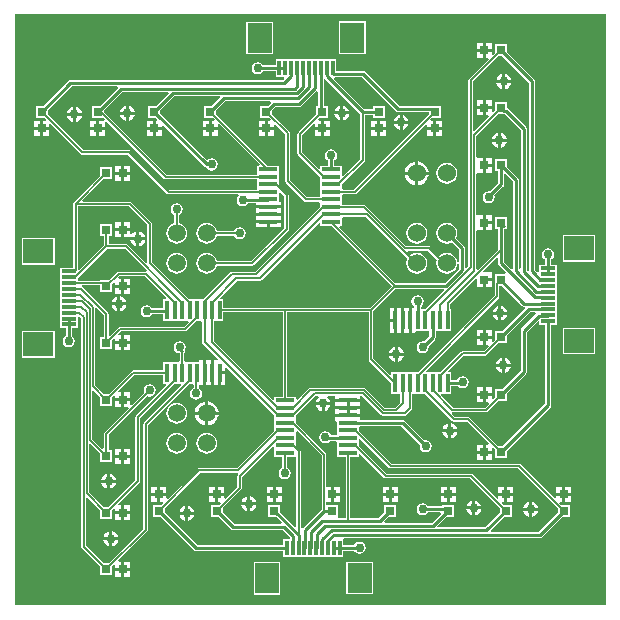
<source format=gtl>
G04*
G04 #@! TF.GenerationSoftware,Altium Limited,Altium Designer,19.0.10 (269)*
G04*
G04 Layer_Physical_Order=1*
G04 Layer_Color=255*
%FSLAX43Y43*%
%MOMM*%
G71*
G01*
G75*
%ADD11C,0.254*%
%ADD12C,0.127*%
%ADD13R,1.600X0.356*%
%ADD14R,0.762X0.762*%
%ADD15R,2.500X2.000*%
%ADD16R,1.270X0.300*%
%ADD17R,2.000X2.500*%
%ADD18R,0.300X1.270*%
%ADD19R,0.762X0.762*%
%ADD20R,0.356X1.600*%
%ADD30C,1.500*%
%ADD31C,1.524*%
%ADD32C,0.762*%
G36*
X50038Y0D02*
X0D01*
Y50038D01*
X50038D01*
Y0D01*
D02*
G37*
%LPC*%
G36*
X40386Y47625D02*
X39878D01*
Y47117D01*
X40386D01*
Y47625D01*
D02*
G37*
G36*
X39624D02*
X39116D01*
Y47117D01*
X39624D01*
Y47625D01*
D02*
G37*
G36*
X29712Y49429D02*
X27458D01*
Y46675D01*
X29712D01*
Y49429D01*
D02*
G37*
G36*
X21852Y49419D02*
X19598D01*
Y46665D01*
X21852D01*
Y49419D01*
D02*
G37*
G36*
X41656Y47498D02*
X40640D01*
Y46757D01*
X40503Y46620D01*
X40386Y46669D01*
Y46863D01*
X39878D01*
Y46355D01*
X40072D01*
X40121Y46238D01*
X38471Y44587D01*
X38429Y44524D01*
X38414Y44450D01*
Y28694D01*
X38222Y28502D01*
X38105Y28551D01*
Y30226D01*
X38085Y30325D01*
X38029Y30409D01*
X37364Y31075D01*
X37442Y31264D01*
X37473Y31496D01*
X37442Y31728D01*
X37353Y31944D01*
X37210Y32130D01*
X37024Y32273D01*
X36808Y32362D01*
X36576Y32393D01*
X36344Y32362D01*
X36128Y32273D01*
X35942Y32130D01*
X35799Y31944D01*
X35710Y31728D01*
X35679Y31496D01*
X35710Y31264D01*
X35799Y31048D01*
X35942Y30862D01*
X36128Y30719D01*
X36344Y30630D01*
X36576Y30599D01*
X36808Y30630D01*
X36997Y30708D01*
X37587Y30119D01*
Y29060D01*
X37460Y29052D01*
X37442Y29188D01*
X37353Y29404D01*
X37210Y29590D01*
X37024Y29733D01*
X36808Y29822D01*
X36576Y29853D01*
X36344Y29822D01*
X36128Y29733D01*
X35954Y29599D01*
X35189Y30363D01*
X35126Y30405D01*
X35052Y30420D01*
X33100D01*
X29665Y33856D01*
X29602Y33898D01*
X29528Y33913D01*
X27801D01*
X27711Y34003D01*
X27711Y34150D01*
Y34658D01*
X27711D01*
Y34667D01*
X27751Y34794D01*
X28765D01*
X28840Y34809D01*
X28903Y34851D01*
X34808Y40756D01*
X34925Y40707D01*
Y40513D01*
X35433D01*
Y41021D01*
X35239D01*
X35190Y41138D01*
X35327Y41275D01*
X36068D01*
Y42291D01*
X35331D01*
X35306Y42296D01*
X32551D01*
X29706Y45141D01*
X29622Y45197D01*
X29523Y45217D01*
X27185D01*
Y46228D01*
X22131D01*
Y45725D01*
X21012D01*
X20940Y45832D01*
X20772Y45945D01*
X20574Y45984D01*
X20376Y45945D01*
X20208Y45832D01*
X20095Y45664D01*
X20056Y45466D01*
X20095Y45268D01*
X20208Y45100D01*
X20376Y44987D01*
X20574Y44948D01*
X20772Y44987D01*
X20940Y45100D01*
X21012Y45207D01*
X22131D01*
Y44704D01*
X22758D01*
X22807Y44587D01*
X22675Y44455D01*
X4699D01*
X4600Y44435D01*
X4516Y44379D01*
X2428Y42291D01*
X1778D01*
Y41275D01*
X2519D01*
X2656Y41138D01*
X2607Y41021D01*
X2413D01*
Y40513D01*
X2921D01*
Y40707D01*
X3038Y40756D01*
X5578Y38217D01*
X5641Y38175D01*
X5715Y38160D01*
X9572D01*
X12880Y34851D01*
X12943Y34809D01*
X13017Y34794D01*
X18916D01*
X18954Y34667D01*
X18938Y34656D01*
X18825Y34488D01*
X18786Y34290D01*
X18825Y34092D01*
X18938Y33924D01*
X19106Y33811D01*
X19304Y33772D01*
X19502Y33811D01*
X19670Y33924D01*
X19742Y34031D01*
X20422D01*
Y33846D01*
X22530D01*
Y34150D01*
X22403D01*
Y34658D01*
X22403D01*
Y34684D01*
X22403D01*
Y34878D01*
X22520Y34927D01*
X22833Y34614D01*
Y31941D01*
X20042Y29150D01*
X17115D01*
X17110Y29185D01*
X17022Y29398D01*
X16881Y29581D01*
X16698Y29722D01*
X16485Y29810D01*
X16256Y29841D01*
X16027Y29810D01*
X15814Y29722D01*
X15631Y29581D01*
X15490Y29398D01*
X15402Y29185D01*
X15371Y28956D01*
X15402Y28727D01*
X15490Y28514D01*
X15631Y28331D01*
X15814Y28190D01*
X16027Y28102D01*
X16256Y28071D01*
X16485Y28102D01*
X16698Y28190D01*
X16881Y28331D01*
X17022Y28514D01*
X17110Y28727D01*
X17115Y28762D01*
X20122D01*
X20196Y28777D01*
X20259Y28819D01*
X23164Y31724D01*
X23164Y31724D01*
X23206Y31787D01*
X23221Y31861D01*
Y34694D01*
X23206Y34769D01*
X23164Y34832D01*
X22403Y35593D01*
Y35928D01*
X22403D01*
Y35954D01*
X22403D01*
Y36563D01*
X22403D01*
Y36589D01*
X22403D01*
Y37198D01*
X21406D01*
X17054Y41550D01*
Y41925D01*
X17797Y42667D01*
X21638D01*
X21690Y42540D01*
X21441Y42291D01*
X20792D01*
Y41275D01*
X21533D01*
X21670Y41138D01*
X21621Y41021D01*
X21427D01*
Y40513D01*
X21935D01*
Y40707D01*
X22052Y40756D01*
X22920Y39888D01*
Y35896D01*
X22935Y35821D01*
X22977Y35758D01*
X24519Y34216D01*
X24519Y34216D01*
X24582Y34174D01*
X24656Y34159D01*
X24656Y34159D01*
X25767D01*
X25857Y34069D01*
X25857Y33752D01*
X20343Y28237D01*
X18391D01*
X18391Y28237D01*
X18317Y28222D01*
X18254Y28180D01*
X18254Y28180D01*
X16007Y25933D01*
X15761Y25933D01*
X15634Y25933D01*
X15227D01*
X15126Y25933D01*
Y25933D01*
X15100D01*
Y25933D01*
X14765D01*
X11624Y29075D01*
Y32258D01*
X11609Y32332D01*
X11567Y32395D01*
X11567Y32395D01*
X9853Y34110D01*
X9790Y34152D01*
X9716Y34167D01*
X5778D01*
X5730Y34284D01*
X7514Y36068D01*
X8255D01*
Y37084D01*
X7239D01*
Y36343D01*
X5006Y34110D01*
X4964Y34047D01*
X4949Y33972D01*
Y28550D01*
X3810D01*
Y27496D01*
Y26496D01*
Y25496D01*
Y24496D01*
Y23496D01*
X4313D01*
Y22790D01*
X4206Y22718D01*
X4093Y22550D01*
X4054Y22352D01*
X4093Y22154D01*
X4206Y21986D01*
X4374Y21873D01*
X4572Y21834D01*
X4770Y21873D01*
X4938Y21986D01*
X5051Y22154D01*
X5090Y22352D01*
X5051Y22550D01*
X4938Y22718D01*
X4831Y22790D01*
Y23496D01*
X5334D01*
Y24452D01*
X5440Y24503D01*
X5461Y24504D01*
X5648Y24317D01*
Y4953D01*
X5663Y4879D01*
X5705Y4816D01*
X7239Y3281D01*
Y2540D01*
X8255D01*
Y3281D01*
X8392Y3418D01*
X8509Y3369D01*
Y3175D01*
X9017D01*
Y3683D01*
X8823D01*
X8774Y3800D01*
X11223Y6249D01*
X11223Y6249D01*
X11265Y6312D01*
X11280Y6386D01*
X11280Y6386D01*
Y15285D01*
X14765Y18771D01*
X15100Y18771D01*
X15187Y18679D01*
Y18422D01*
X15133Y18411D01*
X14965Y18299D01*
X14852Y18131D01*
X14813Y17932D01*
X14852Y17734D01*
X14965Y17566D01*
X15133Y17454D01*
X15331Y17414D01*
X15529Y17454D01*
X15697Y17566D01*
X15810Y17734D01*
X15849Y17932D01*
X15810Y18131D01*
X15697Y18299D01*
X15575Y18380D01*
Y18541D01*
X15634Y18644D01*
X15939D01*
Y19698D01*
Y20752D01*
X15634D01*
Y20715D01*
X15544Y20625D01*
X15126Y20625D01*
X14999Y20625D01*
X14592D01*
X14491Y20625D01*
Y20625D01*
X14482D01*
X14355Y20664D01*
Y21350D01*
X14400Y21417D01*
X14419Y21516D01*
X14406Y21583D01*
X14449Y21646D01*
X14488Y21844D01*
X14449Y22042D01*
X14336Y22210D01*
X14168Y22323D01*
X13970Y22362D01*
X13772Y22323D01*
X13604Y22210D01*
X13491Y22042D01*
X13452Y21844D01*
X13491Y21646D01*
X13604Y21478D01*
X13772Y21365D01*
X13966Y21327D01*
Y20664D01*
X13856Y20625D01*
X13830D01*
Y20625D01*
X13322D01*
X13221Y20625D01*
Y20625D01*
X13195D01*
Y20625D01*
X12586D01*
Y19892D01*
X10046D01*
X9971Y19877D01*
X9908Y19835D01*
X9551Y19478D01*
X9497Y19441D01*
X7980Y17925D01*
X7514D01*
X6798Y18641D01*
Y25132D01*
X6925Y25185D01*
X7553Y24558D01*
Y22715D01*
X7239D01*
Y21699D01*
X8255D01*
Y22440D01*
X8392Y22577D01*
X8509Y22528D01*
Y22334D01*
X9017D01*
Y22842D01*
X8823D01*
X8774Y22959D01*
X9018Y23203D01*
X14444D01*
X14518Y23218D01*
X14581Y23260D01*
X15400Y24079D01*
X15781Y24079D01*
X15871Y23989D01*
Y22273D01*
X15886Y22199D01*
X15928Y22136D01*
X17195Y20869D01*
X17146Y20752D01*
X16827D01*
Y19698D01*
Y18644D01*
X17208D01*
Y19698D01*
X17336D01*
Y19825D01*
X17767D01*
Y20131D01*
X17885Y20180D01*
X21969Y16096D01*
X21969Y15761D01*
X21969Y15634D01*
Y15227D01*
X21969Y15126D01*
X21969D01*
Y15100D01*
X21969D01*
Y14765D01*
X18827Y11624D01*
X15621D01*
X15547Y11609D01*
X15484Y11567D01*
X12944Y9028D01*
X12827Y9077D01*
Y9271D01*
X12319D01*
Y8763D01*
X12513D01*
X12562Y8646D01*
X12425Y8509D01*
X11684D01*
Y7493D01*
X12334D01*
X15148Y4679D01*
X15232Y4623D01*
X15331Y4603D01*
X22750D01*
Y4100D01*
X27804D01*
Y4603D01*
X28749D01*
X28821Y4496D01*
X28989Y4383D01*
X29187Y4344D01*
X29385Y4383D01*
X29553Y4496D01*
X29666Y4664D01*
X29705Y4862D01*
X29666Y5060D01*
X29553Y5228D01*
X29385Y5341D01*
X29187Y5380D01*
X28989Y5341D01*
X28821Y5228D01*
X28749Y5121D01*
X27804D01*
Y5624D01*
X27895Y5710D01*
X44450D01*
X44549Y5730D01*
X44633Y5786D01*
X46340Y7493D01*
X46990D01*
Y8509D01*
X46249D01*
X46112Y8646D01*
X46161Y8763D01*
X46355D01*
Y9271D01*
X45847D01*
Y9077D01*
X45730Y9028D01*
X42835Y11923D01*
X42772Y11965D01*
X42697Y11980D01*
X31917D01*
X29131Y14765D01*
X29131Y15100D01*
X29229Y15172D01*
X32722D01*
X34305Y13589D01*
X34280Y13462D01*
X34319Y13264D01*
X34432Y13096D01*
X34600Y12983D01*
X34798Y12944D01*
X34996Y12983D01*
X35164Y13096D01*
X35277Y13264D01*
X35316Y13462D01*
X35277Y13660D01*
X35164Y13828D01*
X34996Y13941D01*
X34798Y13980D01*
X34671Y13955D01*
X33013Y15614D01*
X32929Y15670D01*
X32829Y15689D01*
X29258D01*
Y15939D01*
X28204D01*
X27150D01*
Y15634D01*
X27187D01*
X27277Y15544D01*
X27277Y15126D01*
X27277Y14999D01*
Y14491D01*
X27167Y14451D01*
X26748D01*
X26655Y14590D01*
X26487Y14703D01*
X26289Y14742D01*
X26091Y14703D01*
X25923Y14590D01*
X25810Y14422D01*
X25771Y14224D01*
X25810Y14026D01*
X25923Y13858D01*
X26091Y13745D01*
X26289Y13706D01*
X26487Y13745D01*
X26655Y13858D01*
X26706Y13933D01*
X27219D01*
X27277Y13830D01*
Y13322D01*
X27277Y13221D01*
X27277D01*
Y13195D01*
X27277D01*
Y12586D01*
X28010D01*
Y7371D01*
X27408D01*
X27396Y7493D01*
X27396D01*
Y8509D01*
X26387D01*
Y8763D01*
X26761D01*
Y9398D01*
Y10033D01*
X26387D01*
Y12755D01*
X26372Y12830D01*
X26330Y12893D01*
X23823Y15400D01*
X23823Y15735D01*
X23823Y15862D01*
Y16096D01*
X25465Y17738D01*
X25710D01*
X25748Y17611D01*
X25641Y17539D01*
X25500Y17329D01*
X25476Y17208D01*
X26721D01*
X26697Y17329D01*
X26556Y17539D01*
X26449Y17611D01*
X26487Y17738D01*
X27150D01*
Y17462D01*
X28204D01*
X29258D01*
Y17738D01*
X29412D01*
X31032Y16119D01*
X31095Y16077D01*
X31169Y16062D01*
X33020D01*
X33094Y16077D01*
X33157Y16119D01*
X33602Y16563D01*
X33602Y16563D01*
X33644Y16626D01*
X33659Y16701D01*
Y17842D01*
X33769Y17882D01*
X33795D01*
Y17882D01*
X34303D01*
X34404Y17882D01*
Y17882D01*
X34430D01*
Y17882D01*
X34765D01*
X37036Y15611D01*
X37099Y15569D01*
X37173Y15554D01*
X38274D01*
X40121Y13706D01*
X40072Y13589D01*
X39878D01*
Y13081D01*
X40386D01*
Y13275D01*
X40503Y13324D01*
X40640Y13187D01*
Y12446D01*
X41656D01*
Y13096D01*
X45359Y16799D01*
X45415Y16883D01*
X45435Y16982D01*
Y23766D01*
X45938D01*
Y24766D01*
Y25766D01*
Y26766D01*
Y27766D01*
Y28820D01*
X45412D01*
Y29280D01*
X45519Y29352D01*
X45632Y29520D01*
X45671Y29718D01*
X45632Y29916D01*
X45519Y30084D01*
X45351Y30197D01*
X45153Y30236D01*
X44955Y30197D01*
X44787Y30084D01*
X44674Y29916D01*
X44635Y29718D01*
X44674Y29520D01*
X44787Y29352D01*
X44894Y29280D01*
Y28820D01*
X44414D01*
Y28193D01*
X44297Y28144D01*
X44257Y28184D01*
X44221Y28238D01*
X44052Y28406D01*
Y44345D01*
X44032Y44444D01*
X43976Y44528D01*
X41656Y46848D01*
Y47498D01*
D02*
G37*
G36*
X39624Y46863D02*
X39116D01*
Y46355D01*
X39624D01*
Y46863D01*
D02*
G37*
G36*
X36195Y41021D02*
X35687D01*
Y40513D01*
X36195D01*
Y41021D01*
D02*
G37*
G36*
X21173D02*
X20665D01*
Y40513D01*
X21173D01*
Y41021D01*
D02*
G37*
G36*
X2159D02*
X1651D01*
Y40513D01*
X2159D01*
Y41021D01*
D02*
G37*
G36*
X36195Y40259D02*
X35687D01*
Y39751D01*
X36195D01*
Y40259D01*
D02*
G37*
G36*
X35433D02*
X34925D01*
Y39751D01*
X35433D01*
Y40259D01*
D02*
G37*
G36*
X21935Y40259D02*
X21427D01*
Y39751D01*
X21935D01*
Y40259D01*
D02*
G37*
G36*
X21173D02*
X20665D01*
Y39751D01*
X21173D01*
Y40259D01*
D02*
G37*
G36*
X2921D02*
X2413D01*
Y39751D01*
X2921D01*
Y40259D01*
D02*
G37*
G36*
X2159D02*
X1651D01*
Y39751D01*
X2159D01*
Y40259D01*
D02*
G37*
G36*
X34163Y37584D02*
Y36703D01*
X35044D01*
X35026Y36841D01*
X34923Y37088D01*
X34761Y37301D01*
X34548Y37463D01*
X34301Y37566D01*
X34163Y37584D01*
D02*
G37*
G36*
X33909D02*
X33771Y37566D01*
X33524Y37463D01*
X33311Y37301D01*
X33149Y37088D01*
X33046Y36841D01*
X33028Y36703D01*
X33909D01*
Y37584D01*
D02*
G37*
G36*
X9779Y37211D02*
X9271D01*
Y36703D01*
X9779D01*
Y37211D01*
D02*
G37*
G36*
X9017D02*
X8509D01*
Y36703D01*
X9017D01*
Y37211D01*
D02*
G37*
G36*
X9779Y36449D02*
X9271D01*
Y35941D01*
X9779D01*
Y36449D01*
D02*
G37*
G36*
X9017D02*
X8509D01*
Y35941D01*
X9017D01*
Y36449D01*
D02*
G37*
G36*
X36576Y37473D02*
X36344Y37442D01*
X36128Y37353D01*
X35942Y37210D01*
X35799Y37024D01*
X35710Y36808D01*
X35679Y36576D01*
X35710Y36344D01*
X35799Y36128D01*
X35942Y35942D01*
X36128Y35799D01*
X36344Y35710D01*
X36576Y35679D01*
X36808Y35710D01*
X37024Y35799D01*
X37210Y35942D01*
X37353Y36128D01*
X37442Y36344D01*
X37473Y36576D01*
X37442Y36808D01*
X37353Y37024D01*
X37210Y37210D01*
X37024Y37353D01*
X36808Y37442D01*
X36576Y37473D01*
D02*
G37*
G36*
X35044Y36449D02*
X34163D01*
Y35568D01*
X34301Y35586D01*
X34548Y35689D01*
X34761Y35851D01*
X34923Y36064D01*
X35026Y36311D01*
X35044Y36449D01*
D02*
G37*
G36*
X33909D02*
X33028D01*
X33046Y36311D01*
X33149Y36064D01*
X33311Y35851D01*
X33524Y35689D01*
X33771Y35586D01*
X33909Y35568D01*
Y36449D01*
D02*
G37*
G36*
X22530Y33591D02*
X20422D01*
Y33287D01*
Y33210D01*
X22530D01*
Y33287D01*
Y33591D01*
D02*
G37*
G36*
Y32957D02*
X20422D01*
Y32652D01*
Y32576D01*
X22530D01*
Y32652D01*
Y32957D01*
D02*
G37*
G36*
Y32321D02*
X21603D01*
Y32017D01*
X22530D01*
Y32321D01*
D02*
G37*
G36*
X21349D02*
X20422D01*
Y32017D01*
X21349D01*
Y32321D01*
D02*
G37*
G36*
X16256Y32381D02*
X16027Y32350D01*
X15814Y32262D01*
X15631Y32121D01*
X15490Y31938D01*
X15402Y31725D01*
X15371Y31496D01*
X15402Y31267D01*
X15490Y31054D01*
X15631Y30871D01*
X15814Y30730D01*
X16027Y30642D01*
X16256Y30611D01*
X16485Y30642D01*
X16698Y30730D01*
X16881Y30871D01*
X17022Y31054D01*
X17110Y31267D01*
X17115Y31302D01*
X18571D01*
X18571Y31298D01*
X18684Y31130D01*
X18852Y31017D01*
X19050Y30978D01*
X19248Y31017D01*
X19416Y31130D01*
X19529Y31298D01*
X19568Y31496D01*
X19529Y31694D01*
X19416Y31862D01*
X19248Y31975D01*
X19050Y32014D01*
X18852Y31975D01*
X18684Y31862D01*
X18571Y31694D01*
X18571Y31690D01*
X17115D01*
X17110Y31725D01*
X17022Y31938D01*
X16881Y32121D01*
X16698Y32262D01*
X16485Y32350D01*
X16256Y32381D01*
D02*
G37*
G36*
X13716Y34046D02*
X13518Y34007D01*
X13350Y33894D01*
X13237Y33726D01*
X13198Y33528D01*
X13237Y33330D01*
X13350Y33162D01*
X13518Y33049D01*
X13522Y33049D01*
Y32355D01*
X13487Y32350D01*
X13274Y32262D01*
X13091Y32121D01*
X12950Y31938D01*
X12862Y31725D01*
X12831Y31496D01*
X12862Y31267D01*
X12950Y31054D01*
X13091Y30871D01*
X13274Y30730D01*
X13487Y30642D01*
X13716Y30611D01*
X13945Y30642D01*
X14158Y30730D01*
X14341Y30871D01*
X14482Y31054D01*
X14570Y31267D01*
X14601Y31496D01*
X14570Y31725D01*
X14482Y31938D01*
X14341Y32121D01*
X14158Y32262D01*
X13945Y32350D01*
X13910Y32355D01*
Y33049D01*
X13914Y33049D01*
X14082Y33162D01*
X14195Y33330D01*
X14234Y33528D01*
X14195Y33726D01*
X14082Y33894D01*
X13914Y34007D01*
X13716Y34046D01*
D02*
G37*
G36*
X34036Y32393D02*
X33804Y32362D01*
X33588Y32273D01*
X33402Y32130D01*
X33259Y31944D01*
X33170Y31728D01*
X33139Y31496D01*
X33170Y31264D01*
X33259Y31048D01*
X33402Y30862D01*
X33588Y30719D01*
X33804Y30630D01*
X34036Y30599D01*
X34268Y30630D01*
X34484Y30719D01*
X34670Y30862D01*
X34813Y31048D01*
X34902Y31264D01*
X34933Y31496D01*
X34902Y31728D01*
X34813Y31944D01*
X34670Y32130D01*
X34484Y32273D01*
X34268Y32362D01*
X34036Y32393D01*
D02*
G37*
G36*
X49129Y31353D02*
X46375D01*
Y29099D01*
X49129D01*
Y31353D01*
D02*
G37*
G36*
X3363Y31077D02*
X609D01*
Y28823D01*
X3363D01*
Y31077D01*
D02*
G37*
G36*
X13716Y29841D02*
X13487Y29810D01*
X13274Y29722D01*
X13091Y29581D01*
X12950Y29398D01*
X12862Y29185D01*
X12831Y28956D01*
X12862Y28727D01*
X12950Y28514D01*
X13091Y28331D01*
X13274Y28190D01*
X13487Y28102D01*
X13716Y28071D01*
X13945Y28102D01*
X14158Y28190D01*
X14341Y28331D01*
X14482Y28514D01*
X14570Y28727D01*
X14601Y28956D01*
X14570Y29185D01*
X14482Y29398D01*
X14341Y29581D01*
X14158Y29722D01*
X13945Y29810D01*
X13716Y29841D01*
D02*
G37*
G36*
X9779Y22842D02*
X9271D01*
Y22334D01*
X9779D01*
Y22842D01*
D02*
G37*
G36*
Y22080D02*
X9271D01*
Y21572D01*
X9779D01*
Y22080D01*
D02*
G37*
G36*
X9017D02*
X8509D01*
Y21572D01*
X9017D01*
Y22080D01*
D02*
G37*
G36*
X49139Y23493D02*
X46385D01*
Y21239D01*
X49139D01*
Y23493D01*
D02*
G37*
G36*
X3373Y23217D02*
X619D01*
Y20963D01*
X3373D01*
Y23217D01*
D02*
G37*
G36*
X17767Y19571D02*
X17462D01*
Y18644D01*
X17767D01*
Y19571D01*
D02*
G37*
G36*
X16573Y20752D02*
X16192D01*
Y19698D01*
Y18644D01*
X16573D01*
Y19698D01*
Y20752D01*
D02*
G37*
G36*
X29258Y17208D02*
X28204D01*
X27150D01*
Y16904D01*
Y16827D01*
X28204D01*
X29258D01*
Y16904D01*
Y17208D01*
D02*
G37*
G36*
X26721Y16955D02*
X26226D01*
Y16459D01*
X26346Y16483D01*
X26556Y16624D01*
X26697Y16834D01*
X26721Y16955D01*
D02*
G37*
G36*
X25972D02*
X25476D01*
X25500Y16834D01*
X25641Y16624D01*
X25851Y16483D01*
X25972Y16459D01*
Y16955D01*
D02*
G37*
G36*
X16383Y17252D02*
Y16383D01*
X17252D01*
X17234Y16518D01*
X17133Y16762D01*
X16972Y16972D01*
X16762Y17133D01*
X16518Y17234D01*
X16383Y17252D01*
D02*
G37*
G36*
X16129D02*
X15994Y17234D01*
X15750Y17133D01*
X15540Y16972D01*
X15379Y16762D01*
X15278Y16518D01*
X15260Y16383D01*
X16129D01*
Y17252D01*
D02*
G37*
G36*
X29258Y16573D02*
X28204D01*
X27150D01*
Y16269D01*
Y16192D01*
X28204D01*
X29258D01*
Y16573D01*
D02*
G37*
G36*
X13716Y17141D02*
X13487Y17110D01*
X13274Y17022D01*
X13091Y16881D01*
X12950Y16698D01*
X12862Y16485D01*
X12831Y16256D01*
X12862Y16027D01*
X12950Y15814D01*
X13091Y15631D01*
X13274Y15490D01*
X13487Y15402D01*
X13716Y15371D01*
X13945Y15402D01*
X14158Y15490D01*
X14341Y15631D01*
X14482Y15814D01*
X14570Y16027D01*
X14601Y16256D01*
X14570Y16485D01*
X14482Y16698D01*
X14341Y16881D01*
X14158Y17022D01*
X13945Y17110D01*
X13716Y17141D01*
D02*
G37*
G36*
X17252Y16129D02*
X16383D01*
Y15260D01*
X16518Y15278D01*
X16762Y15379D01*
X16972Y15540D01*
X17133Y15750D01*
X17234Y15994D01*
X17252Y16129D01*
D02*
G37*
G36*
X16129D02*
X15260D01*
X15278Y15994D01*
X15379Y15750D01*
X15540Y15540D01*
X15750Y15379D01*
X15994Y15278D01*
X16129Y15260D01*
Y16129D01*
D02*
G37*
G36*
X36957Y15390D02*
Y14894D01*
X37452D01*
X37428Y15015D01*
X37288Y15225D01*
X37078Y15366D01*
X36957Y15390D01*
D02*
G37*
G36*
X36703D02*
X36582Y15366D01*
X36372Y15225D01*
X36232Y15015D01*
X36208Y14894D01*
X36703D01*
Y15390D01*
D02*
G37*
G36*
X37452Y14640D02*
X36957D01*
Y14145D01*
X37078Y14169D01*
X37288Y14310D01*
X37428Y14520D01*
X37452Y14640D01*
D02*
G37*
G36*
X36703D02*
X36208D01*
X36232Y14520D01*
X36372Y14310D01*
X36582Y14169D01*
X36703Y14145D01*
Y14640D01*
D02*
G37*
G36*
X39624Y13589D02*
X39116D01*
Y13081D01*
X39624D01*
Y13589D01*
D02*
G37*
G36*
X16256Y14601D02*
X16027Y14570D01*
X15814Y14482D01*
X15631Y14341D01*
X15490Y14158D01*
X15402Y13945D01*
X15371Y13716D01*
X15402Y13487D01*
X15490Y13274D01*
X15631Y13091D01*
X15814Y12950D01*
X16027Y12862D01*
X16256Y12831D01*
X16485Y12862D01*
X16698Y12950D01*
X16881Y13091D01*
X17022Y13274D01*
X17110Y13487D01*
X17141Y13716D01*
X17110Y13945D01*
X17022Y14158D01*
X16881Y14341D01*
X16698Y14482D01*
X16485Y14570D01*
X16256Y14601D01*
D02*
G37*
G36*
X13716D02*
X13487Y14570D01*
X13274Y14482D01*
X13091Y14341D01*
X12950Y14158D01*
X12862Y13945D01*
X12831Y13716D01*
X12862Y13487D01*
X12950Y13274D01*
X13091Y13091D01*
X13274Y12950D01*
X13487Y12862D01*
X13716Y12831D01*
X13945Y12862D01*
X14158Y12950D01*
X14341Y13091D01*
X14482Y13274D01*
X14570Y13487D01*
X14601Y13716D01*
X14570Y13945D01*
X14482Y14158D01*
X14341Y14341D01*
X14158Y14482D01*
X13945Y14570D01*
X13716Y14601D01*
D02*
G37*
G36*
X40386Y12827D02*
X39878D01*
Y12319D01*
X40386D01*
Y12827D01*
D02*
G37*
G36*
X39624D02*
X39116D01*
Y12319D01*
X39624D01*
Y12827D01*
D02*
G37*
G36*
X27523Y10033D02*
X27015D01*
Y9525D01*
X27523D01*
Y10033D01*
D02*
G37*
G36*
X12827D02*
X12319D01*
Y9525D01*
X12827D01*
Y10033D01*
D02*
G37*
G36*
X12065D02*
X11557D01*
Y9525D01*
X12065D01*
Y10033D01*
D02*
G37*
G36*
X47117D02*
X46609D01*
Y9525D01*
X47117D01*
Y10033D01*
D02*
G37*
G36*
X46355D02*
X45847D01*
Y9525D01*
X46355D01*
Y10033D01*
D02*
G37*
G36*
X47117Y9271D02*
X46609D01*
Y8763D01*
X47117D01*
Y9271D01*
D02*
G37*
G36*
X27523Y9271D02*
X27015D01*
Y8763D01*
X27523D01*
Y9271D01*
D02*
G37*
G36*
X12065Y9271D02*
X11557D01*
Y8763D01*
X12065D01*
Y9271D01*
D02*
G37*
G36*
X9779Y3683D02*
X9271D01*
Y3175D01*
X9779D01*
Y3683D01*
D02*
G37*
G36*
Y2921D02*
X9271D01*
Y2413D01*
X9779D01*
Y2921D01*
D02*
G37*
G36*
X9017D02*
X8509D01*
Y2413D01*
X9017D01*
Y2921D01*
D02*
G37*
G36*
X30337Y3663D02*
X28083D01*
Y909D01*
X30337D01*
Y3663D01*
D02*
G37*
G36*
X22477Y3653D02*
X20223D01*
Y899D01*
X22477D01*
Y3653D01*
D02*
G37*
%LPD*%
G36*
X32261Y41854D02*
X32345Y41798D01*
X32444Y41778D01*
X35052D01*
Y41550D01*
X28685Y35183D01*
X27751D01*
X27711Y35293D01*
Y35319D01*
X27711D01*
Y35654D01*
X29584Y37526D01*
X29626Y37589D01*
X29641Y37664D01*
Y41524D01*
X30299D01*
Y41275D01*
X31315D01*
Y42291D01*
X30299D01*
Y42042D01*
X29554D01*
X27024Y44572D01*
X27077Y44699D01*
X29416D01*
X32261Y41854D01*
D02*
G37*
G36*
X29253Y41611D02*
Y37744D01*
X27829Y36320D01*
X27711Y36369D01*
X27711Y36563D01*
X27711D01*
Y36589D01*
X27711D01*
Y37198D01*
X27043D01*
Y37662D01*
X27151Y37734D01*
X27263Y37902D01*
X27302Y38100D01*
X27263Y38298D01*
X27151Y38466D01*
X26983Y38579D01*
X26784Y38618D01*
X26586Y38579D01*
X26418Y38466D01*
X26306Y38298D01*
X26266Y38100D01*
X26306Y37902D01*
X26418Y37734D01*
X26525Y37662D01*
Y37198D01*
X25857D01*
Y37004D01*
X25740Y36955D01*
X24324Y38371D01*
Y39779D01*
X25301Y40756D01*
X25418Y40707D01*
Y40513D01*
X25926D01*
Y41021D01*
X25732D01*
X25683Y41138D01*
X25820Y41275D01*
X26561D01*
Y42291D01*
X26167D01*
Y44517D01*
X26294Y44570D01*
X29253Y41611D01*
D02*
G37*
G36*
X13015Y43371D02*
X11935Y42291D01*
X11285D01*
Y41275D01*
X11935D01*
X12071Y41138D01*
X12023Y41021D01*
X11920D01*
Y40513D01*
X12428D01*
Y40616D01*
X12545Y40664D01*
X16073Y37137D01*
X16157Y37081D01*
X16232Y37066D01*
X16307Y36954D01*
X16475Y36841D01*
X16673Y36802D01*
X16872Y36841D01*
X17040Y36954D01*
X17152Y37122D01*
X17191Y37320D01*
X17152Y37518D01*
X17040Y37686D01*
X16872Y37798D01*
X16673Y37838D01*
X16475Y37798D01*
X16307Y37686D01*
X16261Y37682D01*
X12301Y41641D01*
Y41925D01*
X13484Y43108D01*
X17339D01*
X17387Y42990D01*
X16688Y42291D01*
X16038D01*
Y41275D01*
X16780D01*
X16916Y41138D01*
X16868Y41021D01*
X16673D01*
Y40513D01*
X17181D01*
Y40707D01*
X17299Y40756D01*
X20739Y37316D01*
X20690Y37198D01*
X20549D01*
Y36589D01*
X20549D01*
Y36580D01*
X20509Y36453D01*
X12844D01*
X7547Y41749D01*
Y41925D01*
X9111Y43489D01*
X12966D01*
X13015Y43371D01*
D02*
G37*
G36*
X8700Y43810D02*
X7181Y42291D01*
X6531D01*
Y41275D01*
X7472D01*
X7599Y41148D01*
X7547Y41021D01*
X7166D01*
Y40513D01*
X7674D01*
Y40893D01*
X7801Y40946D01*
X12626Y36121D01*
X12626Y36121D01*
X12689Y36079D01*
X12764Y36064D01*
X12764Y36064D01*
X20509D01*
X20549Y35954D01*
Y35928D01*
X20549D01*
Y35420D01*
X20549Y35319D01*
X20549D01*
Y35310D01*
X20509Y35183D01*
X13098D01*
X9789Y38491D01*
X9726Y38533D01*
X9652Y38548D01*
X5795D01*
X2794Y41550D01*
Y41925D01*
X4806Y43937D01*
X8648D01*
X8700Y43810D01*
D02*
G37*
G36*
X25649Y43494D02*
Y42291D01*
X25545D01*
Y41550D01*
X24047Y40052D01*
X23993Y40015D01*
X23951Y39952D01*
X23936Y39878D01*
Y38291D01*
X23951Y38216D01*
X23993Y38153D01*
X25857Y36289D01*
Y35954D01*
X25857Y35954D01*
Y35928D01*
X25857D01*
X25857Y35827D01*
Y35319D01*
X25857D01*
Y35293D01*
X25857D01*
Y34684D01*
X25857D01*
Y34675D01*
X25818Y34548D01*
X24737D01*
X23308Y35976D01*
Y39969D01*
X23308Y39969D01*
X23293Y40043D01*
X23251Y40106D01*
X21808Y41550D01*
Y41925D01*
X22042Y42159D01*
X24027D01*
X24126Y42179D01*
X24210Y42235D01*
X25522Y43547D01*
X25649Y43494D01*
D02*
G37*
G36*
X11236Y32178D02*
Y29008D01*
X11204Y28982D01*
X11115Y28948D01*
X9533Y30531D01*
X9470Y30573D01*
X9396Y30588D01*
X7941D01*
Y31278D01*
X8255D01*
Y32294D01*
X7239D01*
Y31278D01*
X7553D01*
Y30474D01*
X5465Y28386D01*
X5338Y28439D01*
Y33778D01*
X9635D01*
X11236Y32178D01*
D02*
G37*
G36*
X41402Y41615D02*
X41458D01*
X42823Y40249D01*
Y28553D01*
X42696Y28485D01*
X42677Y28498D01*
Y35995D01*
X42657Y36095D01*
X42601Y36179D01*
X41656Y37124D01*
Y37773D01*
X40640D01*
Y36757D01*
X40889D01*
Y35731D01*
X40206Y35047D01*
X40132Y35062D01*
X39934Y35023D01*
X39766Y34910D01*
X39653Y34742D01*
X39614Y34544D01*
X39653Y34346D01*
X39766Y34178D01*
X39934Y34065D01*
X40132Y34026D01*
X40330Y34065D01*
X40498Y34178D01*
X40611Y34346D01*
X40650Y34544D01*
X40614Y34723D01*
X41331Y35440D01*
X41387Y35524D01*
X41407Y35624D01*
Y36474D01*
X41524Y36523D01*
X42159Y35888D01*
Y28477D01*
X42042Y28429D01*
X41407Y29063D01*
Y29972D01*
Y31891D01*
X41427Y31895D01*
X41656D01*
Y32124D01*
X41661Y32149D01*
X41656Y32174D01*
Y32911D01*
X40640D01*
Y31895D01*
X40889D01*
Y30091D01*
X39183Y28385D01*
X39056Y28438D01*
Y31666D01*
X39116Y31768D01*
X39183Y31768D01*
X39624D01*
Y32403D01*
Y33038D01*
X39183D01*
X39116Y33038D01*
X39056Y33140D01*
Y36528D01*
X39116Y36630D01*
X39183Y36630D01*
X39624D01*
Y37265D01*
Y37900D01*
X39183D01*
X39116Y37900D01*
X39056Y38003D01*
Y39761D01*
X40915Y41620D01*
X41377D01*
X41402Y41615D01*
D02*
G37*
G36*
X43534Y44238D02*
Y28359D01*
X43473Y28322D01*
X43422Y28301D01*
X43341Y28375D01*
Y40357D01*
X43322Y40456D01*
X43266Y40540D01*
X41748Y42057D01*
X41664Y42113D01*
X41656Y42115D01*
Y42636D01*
X40640D01*
Y41894D01*
X40503Y41758D01*
X40386Y41806D01*
Y42001D01*
X39878D01*
Y41493D01*
X40072D01*
X40121Y41375D01*
X38920Y40174D01*
X38802Y40223D01*
Y44370D01*
X40915Y46482D01*
X41290D01*
X43534Y44238D01*
D02*
G37*
G36*
X11157Y28358D02*
X11123Y28269D01*
X11098Y28237D01*
X8793D01*
X8719Y28222D01*
X8656Y28180D01*
X7980Y27505D01*
X7239D01*
Y27467D01*
X5334D01*
Y27706D01*
X7827Y30199D01*
X9315D01*
X11157Y28358D01*
D02*
G37*
G36*
X33244Y29368D02*
X33170Y29188D01*
X33139Y28956D01*
X33170Y28724D01*
X33259Y28508D01*
X33402Y28322D01*
X33588Y28179D01*
X33804Y28090D01*
X34036Y28059D01*
X34268Y28090D01*
X34484Y28179D01*
X34670Y28322D01*
X34813Y28508D01*
X34902Y28724D01*
X34933Y28956D01*
X34902Y29188D01*
X34813Y29404D01*
X34670Y29590D01*
X34484Y29733D01*
X34268Y29822D01*
X34036Y29853D01*
X33804Y29822D01*
X33588Y29733D01*
X33498Y29664D01*
X33247Y29914D01*
X33296Y30032D01*
X34972D01*
X35741Y29263D01*
X35710Y29188D01*
X35679Y28956D01*
X35710Y28724D01*
X35799Y28508D01*
X35942Y28322D01*
X36128Y28179D01*
X36344Y28090D01*
X36576Y28059D01*
X36808Y28090D01*
X37024Y28179D01*
X37210Y28322D01*
X37353Y28508D01*
X37442Y28724D01*
X37460Y28860D01*
X37587Y28852D01*
Y28455D01*
X36434Y27302D01*
X32206D01*
X27481Y32026D01*
X27530Y32144D01*
X27711D01*
Y32753D01*
X27711D01*
Y32762D01*
X27751Y32889D01*
X29723D01*
X33244Y29368D01*
D02*
G37*
G36*
X12829Y26051D02*
X12780Y25933D01*
X12586D01*
Y25151D01*
X11614D01*
X11542Y25258D01*
X11374Y25371D01*
X11176Y25410D01*
X10978Y25371D01*
X10810Y25258D01*
X10697Y25090D01*
X10658Y24892D01*
X10697Y24694D01*
X10810Y24526D01*
X10978Y24413D01*
X11176Y24374D01*
X11374Y24413D01*
X11542Y24526D01*
X11614Y24633D01*
X12586D01*
Y24079D01*
X13195D01*
X13195Y24079D01*
X13221D01*
Y24079D01*
X13322Y24079D01*
X13830D01*
X13830Y24079D01*
X13856D01*
Y24079D01*
X13957Y24079D01*
X14465D01*
X14465Y24079D01*
X14491D01*
Y24079D01*
X14685Y24079D01*
X14734Y23962D01*
X14363Y23591D01*
X8937D01*
X8937Y23591D01*
X8863Y23576D01*
X8800Y23534D01*
X8068Y22803D01*
X7941Y22855D01*
Y24638D01*
X7926Y24712D01*
X7884Y24775D01*
X7884Y24775D01*
X5749Y26910D01*
X5686Y26952D01*
X5702Y27079D01*
X7239D01*
Y26489D01*
X8255D01*
Y27230D01*
X8392Y27367D01*
X8509Y27318D01*
Y27124D01*
X9017D01*
Y27632D01*
X8823D01*
X8774Y27749D01*
X8874Y27849D01*
X11031D01*
X12829Y26051D01*
D02*
G37*
G36*
X40889Y29375D02*
Y28956D01*
X40909Y28857D01*
X40965Y28773D01*
X41562Y28176D01*
X41509Y28049D01*
X40640D01*
Y27242D01*
X40636Y27223D01*
Y26242D01*
X34130Y19736D01*
X33795D01*
Y19736D01*
X33769D01*
Y19736D01*
X33160D01*
Y19736D01*
X33134D01*
Y19736D01*
X32525D01*
Y19736D01*
X32499D01*
Y19736D01*
X31890D01*
Y19554D01*
X31772Y19506D01*
X30347Y20931D01*
Y24926D01*
X32206Y26784D01*
X36338D01*
X36387Y26667D01*
X34765Y25044D01*
X34430Y25044D01*
X34358Y25142D01*
Y25280D01*
X34466Y25351D01*
X34578Y25519D01*
X34617Y25718D01*
X34578Y25916D01*
X34466Y26084D01*
X34298Y26196D01*
X34099Y26235D01*
X33901Y26196D01*
X33733Y26084D01*
X33621Y25916D01*
X33582Y25718D01*
X33621Y25519D01*
X33733Y25351D01*
X33812Y25298D01*
X33783Y25171D01*
X33591D01*
Y24117D01*
Y23063D01*
X33896D01*
Y23100D01*
X33986Y23190D01*
X34404Y23190D01*
X34531Y23190D01*
X35039D01*
X35111Y23093D01*
Y22777D01*
X34671Y22337D01*
X34544Y22362D01*
X34346Y22323D01*
X34178Y22210D01*
X34065Y22042D01*
X34026Y21844D01*
X34065Y21646D01*
X34178Y21478D01*
X34346Y21365D01*
X34544Y21326D01*
X34742Y21365D01*
X34910Y21478D01*
X35023Y21646D01*
X35062Y21844D01*
X35037Y21971D01*
X35553Y22486D01*
X35609Y22570D01*
X35628Y22670D01*
Y23093D01*
X35700Y23190D01*
X36309D01*
Y23190D01*
X36335D01*
Y23190D01*
X36944D01*
Y25044D01*
X36834D01*
Y25486D01*
X38999Y27651D01*
X39116Y27602D01*
Y26906D01*
X39624D01*
Y27541D01*
X39751D01*
Y27668D01*
X40386D01*
Y28176D01*
X39689D01*
X39641Y28293D01*
X40772Y29424D01*
X40889Y29375D01*
D02*
G37*
G36*
X25857Y32338D02*
Y32144D01*
X26814D01*
X31915Y27043D01*
X30073Y25201D01*
X17640D01*
Y25933D01*
X17446D01*
X17397Y26051D01*
X18838Y27492D01*
X20764D01*
X20839Y27507D01*
X20902Y27549D01*
X25740Y32387D01*
X25857Y32338D01*
D02*
G37*
G36*
X22701Y17640D02*
X21969D01*
Y17456D01*
X21851Y17407D01*
X16895Y22364D01*
Y24040D01*
X17005Y24079D01*
X17031D01*
Y24079D01*
X17640D01*
Y24812D01*
X22701D01*
Y17640D01*
D02*
G37*
G36*
X42963Y25360D02*
X43047Y25304D01*
X43146Y25284D01*
X43208D01*
X43260Y25157D01*
X41290Y23187D01*
X40640D01*
Y22445D01*
X40503Y22309D01*
X40386Y22357D01*
Y22552D01*
X39878D01*
Y22044D01*
X40072D01*
X40121Y21926D01*
X39725Y21530D01*
X37910D01*
X37835Y21515D01*
X37772Y21473D01*
X36035Y19736D01*
X35700D01*
X35700Y19736D01*
X35674D01*
Y19736D01*
X35573Y19736D01*
X35065D01*
X35065Y19736D01*
X35039D01*
Y19736D01*
X34845Y19736D01*
X34796Y19853D01*
X40968Y26025D01*
X41010Y26088D01*
X41025Y26162D01*
Y27033D01*
X41290D01*
X42963Y25360D01*
D02*
G37*
G36*
X14099Y18653D02*
X10948Y15503D01*
X10906Y15440D01*
X10891Y15365D01*
Y6467D01*
X7980Y3556D01*
X7514D01*
X6036Y5033D01*
Y9108D01*
X6154Y9156D01*
X7239Y8071D01*
Y7330D01*
X8255D01*
Y8071D01*
X8392Y8208D01*
X8509Y8159D01*
Y7965D01*
X9017D01*
Y8473D01*
X8823D01*
X8774Y8590D01*
X10551Y10367D01*
X10593Y10430D01*
X10608Y10505D01*
Y15883D01*
X13495Y18771D01*
X13830D01*
Y18771D01*
X13856D01*
Y18771D01*
X14050D01*
X14099Y18653D01*
D02*
G37*
G36*
X44125Y24657D02*
X42899Y23432D01*
X42843Y23348D01*
X42823Y23249D01*
Y19858D01*
X41290Y18324D01*
X40640D01*
Y17583D01*
X40503Y17446D01*
X40386Y17495D01*
Y17689D01*
X39878D01*
Y17181D01*
X40072D01*
X40121Y17064D01*
X39779Y16722D01*
X37108D01*
X36066Y17764D01*
X36115Y17882D01*
X36309Y17882D01*
Y17882D01*
X36335D01*
Y17882D01*
X36944D01*
Y18550D01*
X37521D01*
X37553Y18503D01*
X37721Y18390D01*
X37919Y18351D01*
X38117Y18390D01*
X38285Y18503D01*
X38398Y18671D01*
X38437Y18869D01*
X38398Y19067D01*
X38285Y19235D01*
X38117Y19348D01*
X37919Y19387D01*
X37721Y19348D01*
X37553Y19235D01*
X37441Y19068D01*
X36944D01*
Y19736D01*
X36750D01*
X36701Y19853D01*
X37990Y21142D01*
X39805D01*
X39880Y21157D01*
X39943Y21199D01*
X40915Y22171D01*
X41656D01*
Y22820D01*
X43620Y24784D01*
X44072D01*
X44125Y24657D01*
D02*
G37*
G36*
X12586Y18771D02*
X12780D01*
X12829Y18653D01*
X10277Y16101D01*
X10235Y16038D01*
X10220Y15964D01*
Y10585D01*
X7980Y8346D01*
X7514D01*
X6290Y9569D01*
Y13644D01*
X6408Y13692D01*
X7239Y12861D01*
Y12119D01*
X8255D01*
Y13135D01*
X7941D01*
Y14423D01*
X11228Y17710D01*
X11232Y17708D01*
X11430Y17668D01*
X11628Y17708D01*
X11796Y17820D01*
X11909Y17988D01*
X11948Y18186D01*
X11909Y18385D01*
X11796Y18553D01*
X11628Y18665D01*
X11430Y18704D01*
X11232Y18665D01*
X11064Y18553D01*
X10951Y18385D01*
X10912Y18186D01*
X10951Y17988D01*
X10954Y17985D01*
X9896Y16927D01*
X9779Y16976D01*
Y17290D01*
X9271D01*
Y16782D01*
X9585D01*
X9634Y16665D01*
X7610Y14641D01*
X7568Y14578D01*
X7553Y14503D01*
Y13276D01*
X7426Y13223D01*
X6544Y14105D01*
Y18179D01*
X6662Y18228D01*
X7239Y17650D01*
Y16909D01*
X8255D01*
Y17650D01*
X8392Y17787D01*
X8509Y17739D01*
Y17544D01*
X9017D01*
Y18052D01*
X8823D01*
X8774Y18169D01*
X9735Y19130D01*
X9789Y19167D01*
X10126Y19503D01*
X12586D01*
Y18771D01*
D02*
G37*
G36*
X29959Y20850D02*
X29974Y20776D01*
X30016Y20713D01*
X31890Y18839D01*
Y17882D01*
X32499D01*
Y17882D01*
X32508D01*
X32635Y17842D01*
Y17162D01*
X32178Y16704D01*
X31355D01*
X29735Y18324D01*
X29672Y18366D01*
X29598Y18381D01*
X25004D01*
X24930Y18366D01*
X24867Y18324D01*
X23940Y17397D01*
X23823Y17446D01*
Y17640D01*
X23090D01*
Y24812D01*
X29959D01*
Y20850D01*
D02*
G37*
G36*
X44414Y24048D02*
Y23766D01*
X44917D01*
Y17089D01*
X41290Y13462D01*
X40915D01*
X38491Y15885D01*
X38428Y15927D01*
X38354Y15942D01*
X37253D01*
X36982Y16214D01*
X37016Y16302D01*
X37041Y16334D01*
X39860D01*
X39934Y16349D01*
X39997Y16391D01*
X40915Y17308D01*
X41656D01*
Y17958D01*
X43266Y19568D01*
X43322Y19652D01*
X43341Y19751D01*
Y23141D01*
X44297Y24097D01*
X44414Y24048D01*
D02*
G37*
G36*
X18920Y11204D02*
X18954Y11115D01*
X18913Y11074D01*
X18871Y11011D01*
X18856Y10937D01*
Y10041D01*
X17843Y9028D01*
X17726Y9077D01*
Y9271D01*
X17218D01*
Y8763D01*
X17412D01*
X17461Y8646D01*
X17324Y8509D01*
X16583D01*
Y7493D01*
X17232D01*
X18276Y6450D01*
X18360Y6394D01*
X18459Y6374D01*
X22665D01*
X23268Y5771D01*
Y5624D01*
X22750D01*
Y5121D01*
X15438D01*
X12700Y7859D01*
Y8234D01*
X15701Y11236D01*
X18894D01*
X18920Y11204D01*
D02*
G37*
G36*
X21969Y13415D02*
X21969Y13221D01*
X21969D01*
Y13195D01*
X21969D01*
Y12586D01*
X22666D01*
Y11655D01*
X22662Y11655D01*
X22494Y11542D01*
X22381Y11374D01*
X22342Y11176D01*
X22381Y10978D01*
X22494Y10810D01*
X22662Y10697D01*
X22860Y10658D01*
X23058Y10697D01*
X23226Y10810D01*
X23339Y10978D01*
X23378Y11176D01*
X23339Y11374D01*
X23226Y11542D01*
X23058Y11655D01*
X23054Y11655D01*
Y12586D01*
X23823D01*
X23833Y12463D01*
Y6690D01*
X23715Y6641D01*
X22497Y7859D01*
Y8509D01*
X21481D01*
Y7493D01*
X22131D01*
X22615Y7009D01*
X22566Y6892D01*
X18566D01*
X17599Y7859D01*
Y8234D01*
X19187Y9823D01*
X19187Y9823D01*
X19229Y9886D01*
X19244Y9960D01*
Y10857D01*
X21851Y13464D01*
X21969Y13415D01*
D02*
G37*
G36*
X31278Y10800D02*
X31341Y10758D01*
X31415Y10743D01*
X38567D01*
X41075Y8234D01*
Y7859D01*
X39825Y6609D01*
X35825D01*
X35776Y6726D01*
X36543Y7493D01*
X37193D01*
Y8509D01*
X36177D01*
Y8387D01*
X34982D01*
X34910Y8494D01*
X34742Y8607D01*
X34544Y8646D01*
X34346Y8607D01*
X34178Y8494D01*
X34065Y8326D01*
X34026Y8128D01*
X34065Y7930D01*
X34178Y7762D01*
X34346Y7649D01*
X34544Y7610D01*
X34742Y7649D01*
X34910Y7762D01*
X34982Y7869D01*
X36007D01*
X36060Y7742D01*
X35308Y6990D01*
X31307D01*
X31259Y7107D01*
X31645Y7493D01*
X32294D01*
Y8509D01*
X31278D01*
Y7859D01*
X30790Y7371D01*
X28399D01*
Y12586D01*
X29131D01*
Y12780D01*
X29249Y12829D01*
X31278Y10800D01*
D02*
G37*
G36*
X25999Y12675D02*
Y8173D01*
X24367Y6541D01*
X24348Y6513D01*
X24221Y6552D01*
Y13017D01*
X24206Y13091D01*
X24164Y13154D01*
X23823Y13495D01*
Y13830D01*
X23823Y13830D01*
Y13856D01*
X23823D01*
X23823Y13957D01*
Y14465D01*
X23823Y14465D01*
Y14491D01*
X23823D01*
X23823Y14685D01*
X23940Y14734D01*
X25999Y12675D01*
D02*
G37*
G36*
X31699Y11648D02*
X31762Y11606D01*
X31837Y11591D01*
X42617D01*
X45974Y8234D01*
Y7859D01*
X44343Y6228D01*
X40343D01*
X40294Y6345D01*
X41442Y7493D01*
X42091D01*
Y8509D01*
X41350D01*
X41213Y8646D01*
X41262Y8763D01*
X41456D01*
Y9271D01*
X40948D01*
Y9077D01*
X40831Y9028D01*
X38785Y11074D01*
X38722Y11117D01*
X38647Y11131D01*
X31495D01*
X29131Y13495D01*
Y13830D01*
X29131D01*
Y13856D01*
X29131D01*
Y14050D01*
X29249Y14099D01*
X31699Y11648D01*
D02*
G37*
%LPC*%
G36*
X32829Y41515D02*
Y41020D01*
X33325D01*
X33301Y41141D01*
X33160Y41351D01*
X32950Y41491D01*
X32829Y41515D01*
D02*
G37*
G36*
X32576D02*
X32455Y41491D01*
X32245Y41351D01*
X32104Y41141D01*
X32080Y41020D01*
X32576D01*
Y41515D01*
D02*
G37*
G36*
X31442Y41021D02*
X30934D01*
Y40513D01*
X31442D01*
Y41021D01*
D02*
G37*
G36*
X30680D02*
X30172D01*
Y40513D01*
X30680D01*
Y41021D01*
D02*
G37*
G36*
X33325Y40766D02*
X32829D01*
Y40271D01*
X32950Y40295D01*
X33160Y40435D01*
X33301Y40646D01*
X33325Y40766D01*
D02*
G37*
G36*
X32576D02*
X32080D01*
X32104Y40646D01*
X32245Y40435D01*
X32455Y40295D01*
X32576Y40271D01*
Y40766D01*
D02*
G37*
G36*
X31442Y40259D02*
X30934D01*
Y39751D01*
X31442D01*
Y40259D01*
D02*
G37*
G36*
X30680D02*
X30172D01*
Y39751D01*
X30680D01*
Y40259D01*
D02*
G37*
G36*
X27813Y42299D02*
Y41804D01*
X28308D01*
X28284Y41924D01*
X28144Y42134D01*
X27934Y42275D01*
X27813Y42299D01*
D02*
G37*
G36*
X27559D02*
X27438Y42275D01*
X27228Y42134D01*
X27088Y41924D01*
X27064Y41804D01*
X27559D01*
Y42299D01*
D02*
G37*
G36*
X28308Y41550D02*
X27813D01*
Y41055D01*
X27934Y41079D01*
X28144Y41219D01*
X28284Y41429D01*
X28308Y41550D01*
D02*
G37*
G36*
X27559D02*
X27064D01*
X27088Y41429D01*
X27228Y41219D01*
X27438Y41079D01*
X27559Y41055D01*
Y41550D01*
D02*
G37*
G36*
X26688Y41021D02*
X26180D01*
Y40513D01*
X26688D01*
Y41021D01*
D02*
G37*
G36*
Y40259D02*
X26180D01*
Y39751D01*
X26688D01*
Y40259D01*
D02*
G37*
G36*
X25926D02*
X25418D01*
Y39751D01*
X25926D01*
Y40259D01*
D02*
G37*
G36*
X9660Y42263D02*
Y41768D01*
X10155D01*
X10131Y41889D01*
X9991Y42099D01*
X9781Y42239D01*
X9660Y42263D01*
D02*
G37*
G36*
X9406D02*
X9285Y42239D01*
X9075Y42099D01*
X8935Y41889D01*
X8911Y41768D01*
X9406D01*
Y42263D01*
D02*
G37*
G36*
X10155Y41514D02*
X9660D01*
Y41019D01*
X9781Y41043D01*
X9991Y41183D01*
X10131Y41393D01*
X10155Y41514D01*
D02*
G37*
G36*
X9406D02*
X8911D01*
X8935Y41393D01*
X9075Y41183D01*
X9285Y41043D01*
X9406Y41019D01*
Y41514D01*
D02*
G37*
G36*
X16419Y41021D02*
X15911D01*
Y40513D01*
X16419D01*
Y41021D01*
D02*
G37*
G36*
X11666D02*
X11158D01*
Y40513D01*
X11666D01*
Y41021D01*
D02*
G37*
G36*
X17181Y40259D02*
X16673D01*
Y39751D01*
X17181D01*
Y40259D01*
D02*
G37*
G36*
X16419D02*
X15911D01*
Y39751D01*
X16419D01*
Y40259D01*
D02*
G37*
G36*
X12428Y40259D02*
X11920D01*
Y39751D01*
X12428D01*
Y40259D01*
D02*
G37*
G36*
X11666D02*
X11158D01*
Y39751D01*
X11666D01*
Y40259D01*
D02*
G37*
G36*
X5178Y42172D02*
Y41677D01*
X5673D01*
X5649Y41797D01*
X5508Y42007D01*
X5298Y42148D01*
X5178Y42172D01*
D02*
G37*
G36*
X4924D02*
X4803Y42148D01*
X4593Y42007D01*
X4452Y41797D01*
X4428Y41677D01*
X4924D01*
Y42172D01*
D02*
G37*
G36*
X5673Y41423D02*
X5178D01*
Y40928D01*
X5298Y40952D01*
X5508Y41092D01*
X5649Y41302D01*
X5673Y41423D01*
D02*
G37*
G36*
X4924D02*
X4428D01*
X4452Y41302D01*
X4593Y41092D01*
X4803Y40952D01*
X4924Y40928D01*
Y41423D01*
D02*
G37*
G36*
X6912Y41021D02*
X6404D01*
Y40513D01*
X6912D01*
Y41021D01*
D02*
G37*
G36*
X7674Y40259D02*
X7166D01*
Y39751D01*
X7674D01*
Y40259D01*
D02*
G37*
G36*
X6912D02*
X6404D01*
Y39751D01*
X6912D01*
Y40259D01*
D02*
G37*
G36*
X9779Y32421D02*
X9271D01*
Y31913D01*
X9779D01*
Y32421D01*
D02*
G37*
G36*
X9017D02*
X8509D01*
Y31913D01*
X9017D01*
Y32421D01*
D02*
G37*
G36*
Y31659D02*
X8509D01*
Y31151D01*
X9017D01*
Y31659D01*
D02*
G37*
G36*
X10541Y31640D02*
Y31144D01*
X11036D01*
X11012Y31265D01*
X10872Y31475D01*
X10662Y31616D01*
X10541Y31640D01*
D02*
G37*
G36*
X9779Y31659D02*
X9271D01*
Y31151D01*
X9664D01*
X9669Y31144D01*
X10287D01*
Y31640D01*
X10166Y31616D01*
X9956Y31475D01*
X9906Y31400D01*
X9779Y31439D01*
Y31659D01*
D02*
G37*
G36*
X11036Y30890D02*
X10541D01*
Y30395D01*
X10662Y30419D01*
X10872Y30560D01*
X11012Y30770D01*
X11036Y30890D01*
D02*
G37*
G36*
X10287D02*
X9792D01*
X9816Y30770D01*
X9956Y30560D01*
X10166Y30419D01*
X10287Y30395D01*
Y30890D01*
D02*
G37*
G36*
X41152Y39992D02*
Y39497D01*
X41647D01*
X41623Y39618D01*
X41483Y39828D01*
X41272Y39968D01*
X41152Y39992D01*
D02*
G37*
G36*
X40898D02*
X40777Y39968D01*
X40567Y39828D01*
X40427Y39618D01*
X40403Y39497D01*
X40898D01*
Y39992D01*
D02*
G37*
G36*
X41647Y39243D02*
X41152D01*
Y38748D01*
X41272Y38772D01*
X41483Y38912D01*
X41623Y39122D01*
X41647Y39243D01*
D02*
G37*
G36*
X40898D02*
X40403D01*
X40427Y39122D01*
X40567Y38912D01*
X40777Y38772D01*
X40898Y38748D01*
Y39243D01*
D02*
G37*
G36*
X39878Y37900D02*
Y37392D01*
X40386D01*
Y37900D01*
X39878D01*
D02*
G37*
G36*
X40386Y37138D02*
X39878D01*
Y36630D01*
X40386D01*
Y37138D01*
D02*
G37*
G36*
X39878Y33038D02*
Y32530D01*
X40386D01*
Y33038D01*
X39878D01*
D02*
G37*
G36*
X40386Y32276D02*
X39878D01*
Y31768D01*
X40386D01*
Y32276D01*
D02*
G37*
G36*
X41529Y44967D02*
Y44472D01*
X42024D01*
X42000Y44593D01*
X41860Y44803D01*
X41650Y44943D01*
X41529Y44967D01*
D02*
G37*
G36*
X41275D02*
X41154Y44943D01*
X40944Y44803D01*
X40804Y44593D01*
X40780Y44472D01*
X41275D01*
Y44967D01*
D02*
G37*
G36*
X42024Y44218D02*
X41529D01*
Y43723D01*
X41650Y43747D01*
X41860Y43887D01*
X42000Y44097D01*
X42024Y44218D01*
D02*
G37*
G36*
X41275D02*
X40780D01*
X40804Y44097D01*
X40944Y43887D01*
X41154Y43747D01*
X41275Y43723D01*
Y44218D01*
D02*
G37*
G36*
X40386Y42763D02*
X39878D01*
Y42255D01*
X40386D01*
Y42763D01*
D02*
G37*
G36*
X39624D02*
X39116D01*
Y42255D01*
X39624D01*
Y42763D01*
D02*
G37*
G36*
Y42001D02*
X39116D01*
Y41493D01*
X39624D01*
Y42001D01*
D02*
G37*
G36*
X9779Y27632D02*
X9271D01*
Y27124D01*
X9779D01*
Y27632D01*
D02*
G37*
G36*
Y26870D02*
X9271D01*
Y26362D01*
X9779D01*
Y26870D01*
D02*
G37*
G36*
X9017D02*
X8509D01*
Y26362D01*
X9017D01*
Y26870D01*
D02*
G37*
G36*
X8950Y26141D02*
Y25646D01*
X9445D01*
X9421Y25767D01*
X9280Y25977D01*
X9070Y26117D01*
X8950Y26141D01*
D02*
G37*
G36*
X8696D02*
X8575Y26117D01*
X8365Y25977D01*
X8224Y25767D01*
X8200Y25646D01*
X8696D01*
Y26141D01*
D02*
G37*
G36*
X9445Y25392D02*
X8950D01*
Y24897D01*
X9070Y24921D01*
X9280Y25061D01*
X9421Y25272D01*
X9445Y25392D01*
D02*
G37*
G36*
X8696D02*
X8200D01*
X8224Y25272D01*
X8365Y25061D01*
X8575Y24921D01*
X8696Y24897D01*
Y25392D01*
D02*
G37*
G36*
X40386Y27414D02*
X39878D01*
Y26906D01*
X40386D01*
Y27414D01*
D02*
G37*
G36*
X32068Y25171D02*
X31763D01*
Y24244D01*
X32068D01*
Y25171D01*
D02*
G37*
G36*
X33338D02*
X32957D01*
Y24117D01*
Y23063D01*
X33338D01*
Y24117D01*
Y25171D01*
D02*
G37*
G36*
X32702D02*
X32321D01*
Y24117D01*
Y23063D01*
X32702D01*
Y24117D01*
Y25171D01*
D02*
G37*
G36*
X32068Y23990D02*
X31763D01*
Y23063D01*
X32068D01*
Y23990D01*
D02*
G37*
G36*
X32421Y21861D02*
Y21366D01*
X32916D01*
X32892Y21487D01*
X32752Y21697D01*
X32542Y21837D01*
X32421Y21861D01*
D02*
G37*
G36*
X32167D02*
X32047Y21837D01*
X31836Y21697D01*
X31696Y21487D01*
X31672Y21366D01*
X32167D01*
Y21861D01*
D02*
G37*
G36*
X32916Y21112D02*
X32421D01*
Y20617D01*
X32542Y20641D01*
X32752Y20781D01*
X32892Y20991D01*
X32916Y21112D01*
D02*
G37*
G36*
X32167D02*
X31672D01*
X31696Y20991D01*
X31836Y20781D01*
X32047Y20641D01*
X32167Y20617D01*
Y21112D01*
D02*
G37*
G36*
X41202Y25362D02*
Y24867D01*
X41698D01*
X41674Y24987D01*
X41533Y25197D01*
X41323Y25338D01*
X41202Y25362D01*
D02*
G37*
G36*
X40948D02*
X40828Y25338D01*
X40618Y25197D01*
X40477Y24987D01*
X40453Y24867D01*
X40948D01*
Y25362D01*
D02*
G37*
G36*
X41698Y24613D02*
X41202D01*
Y24117D01*
X41323Y24141D01*
X41533Y24282D01*
X41674Y24492D01*
X41698Y24613D01*
D02*
G37*
G36*
X40948D02*
X40453D01*
X40477Y24492D01*
X40618Y24282D01*
X40828Y24141D01*
X40948Y24117D01*
Y24613D01*
D02*
G37*
G36*
X40386Y23314D02*
X39878D01*
Y22806D01*
X40386D01*
Y23314D01*
D02*
G37*
G36*
X39624D02*
X39116D01*
Y22806D01*
X39624D01*
Y23314D01*
D02*
G37*
G36*
Y22552D02*
X39116D01*
Y22044D01*
X39624D01*
Y22552D01*
D02*
G37*
G36*
X9779Y8473D02*
X9271D01*
Y7965D01*
X9779D01*
Y8473D01*
D02*
G37*
G36*
Y7711D02*
X9271D01*
Y7203D01*
X9779D01*
Y7711D01*
D02*
G37*
G36*
X9017D02*
X8509D01*
Y7203D01*
X9017D01*
Y7711D01*
D02*
G37*
G36*
X8255Y6246D02*
Y5751D01*
X8750D01*
X8726Y5872D01*
X8586Y6082D01*
X8376Y6222D01*
X8255Y6246D01*
D02*
G37*
G36*
X8001D02*
X7880Y6222D01*
X7670Y6082D01*
X7530Y5872D01*
X7506Y5751D01*
X8001D01*
Y6246D01*
D02*
G37*
G36*
X8750Y5497D02*
X8255D01*
Y5002D01*
X8376Y5026D01*
X8586Y5166D01*
X8726Y5376D01*
X8750Y5497D01*
D02*
G37*
G36*
X8001D02*
X7506D01*
X7530Y5376D01*
X7670Y5166D01*
X7880Y5026D01*
X8001Y5002D01*
Y5497D01*
D02*
G37*
G36*
X41477Y20942D02*
Y20447D01*
X41972D01*
X41948Y20568D01*
X41808Y20778D01*
X41598Y20918D01*
X41477Y20942D01*
D02*
G37*
G36*
X41223D02*
X41102Y20918D01*
X40892Y20778D01*
X40752Y20568D01*
X40728Y20447D01*
X41223D01*
Y20942D01*
D02*
G37*
G36*
X41972Y20193D02*
X41477D01*
Y19698D01*
X41598Y19722D01*
X41808Y19862D01*
X41948Y20072D01*
X41972Y20193D01*
D02*
G37*
G36*
X41223D02*
X40728D01*
X40752Y20072D01*
X40892Y19862D01*
X41102Y19722D01*
X41223Y19698D01*
Y20193D01*
D02*
G37*
G36*
X40386Y18451D02*
X39878D01*
Y17943D01*
X40386D01*
Y18451D01*
D02*
G37*
G36*
X39624D02*
X39116D01*
Y17943D01*
X39624D01*
Y18451D01*
D02*
G37*
G36*
Y17689D02*
X39116D01*
Y17181D01*
X39624D01*
Y17689D01*
D02*
G37*
G36*
X9779Y18052D02*
X9271D01*
Y17544D01*
X9779D01*
Y18052D01*
D02*
G37*
G36*
X9017Y17290D02*
X8509D01*
Y16782D01*
X9017D01*
Y17290D01*
D02*
G37*
G36*
X9779Y13262D02*
X9271D01*
Y12754D01*
X9779D01*
Y13262D01*
D02*
G37*
G36*
X9017D02*
X8509D01*
Y12754D01*
X9017D01*
Y13262D01*
D02*
G37*
G36*
X9779Y12500D02*
X9271D01*
Y11992D01*
X9779D01*
Y12500D01*
D02*
G37*
G36*
X9017D02*
X8509D01*
Y11992D01*
X9017D01*
Y12500D01*
D02*
G37*
G36*
X8068Y11127D02*
Y10632D01*
X8563D01*
X8539Y10752D01*
X8399Y10963D01*
X8189Y11103D01*
X8068Y11127D01*
D02*
G37*
G36*
X7814D02*
X7693Y11103D01*
X7483Y10963D01*
X7343Y10752D01*
X7319Y10632D01*
X7814D01*
Y11127D01*
D02*
G37*
G36*
X8563Y10378D02*
X8068D01*
Y9883D01*
X8189Y9907D01*
X8399Y10047D01*
X8539Y10257D01*
X8563Y10378D01*
D02*
G37*
G36*
X7814D02*
X7319D01*
X7343Y10257D01*
X7483Y10047D01*
X7693Y9907D01*
X7814Y9883D01*
Y10378D01*
D02*
G37*
G36*
X17726Y10033D02*
X17218D01*
Y9525D01*
X17726D01*
Y10033D01*
D02*
G37*
G36*
X16964D02*
X16456D01*
Y9525D01*
X16964D01*
Y10033D01*
D02*
G37*
G36*
Y9271D02*
X16456D01*
Y8763D01*
X16964D01*
Y9271D01*
D02*
G37*
G36*
X14697Y8399D02*
Y7904D01*
X15193D01*
X15169Y8024D01*
X15028Y8234D01*
X14818Y8375D01*
X14697Y8399D01*
D02*
G37*
G36*
X14443D02*
X14323Y8375D01*
X14113Y8234D01*
X13972Y8024D01*
X13948Y7904D01*
X14443D01*
Y8399D01*
D02*
G37*
G36*
X15193Y7649D02*
X14697D01*
Y7154D01*
X14818Y7178D01*
X15028Y7319D01*
X15169Y7529D01*
X15193Y7649D01*
D02*
G37*
G36*
X14443D02*
X13948D01*
X13972Y7529D01*
X14113Y7319D01*
X14323Y7178D01*
X14443Y7154D01*
Y7649D01*
D02*
G37*
G36*
X22624Y10033D02*
X22116D01*
Y9525D01*
X22624D01*
Y10033D01*
D02*
G37*
G36*
X21862D02*
X21354D01*
Y9525D01*
X21862D01*
Y10033D01*
D02*
G37*
G36*
X22624Y9271D02*
X22116D01*
Y8763D01*
X22624D01*
Y9271D01*
D02*
G37*
G36*
X21862D02*
X21354D01*
Y8763D01*
X21862D01*
Y9271D01*
D02*
G37*
G36*
X19939Y9212D02*
Y8717D01*
X20434D01*
X20410Y8838D01*
X20270Y9048D01*
X20060Y9188D01*
X19939Y9212D01*
D02*
G37*
G36*
X19685D02*
X19564Y9188D01*
X19354Y9048D01*
X19214Y8838D01*
X19190Y8717D01*
X19685D01*
Y9212D01*
D02*
G37*
G36*
X20434Y8463D02*
X19939D01*
Y7968D01*
X20060Y7992D01*
X20270Y8132D01*
X20410Y8342D01*
X20434Y8463D01*
D02*
G37*
G36*
X19685D02*
X19190D01*
X19214Y8342D01*
X19354Y8132D01*
X19564Y7992D01*
X19685Y7968D01*
Y8463D01*
D02*
G37*
G36*
X37320Y10033D02*
X36812D01*
Y9525D01*
X37320D01*
Y10033D01*
D02*
G37*
G36*
X36558D02*
X36050D01*
Y9525D01*
X36558D01*
Y10033D01*
D02*
G37*
G36*
X32421D02*
X31913D01*
Y9525D01*
X32421D01*
Y10033D01*
D02*
G37*
G36*
X31659D02*
X31151D01*
Y9525D01*
X31659D01*
Y10033D01*
D02*
G37*
G36*
X37320Y9271D02*
X36812D01*
Y8763D01*
X37320D01*
Y9271D01*
D02*
G37*
G36*
X36558D02*
X36050D01*
Y8763D01*
X36558D01*
Y9271D01*
D02*
G37*
G36*
X32421Y9271D02*
X31913D01*
Y8763D01*
X32421D01*
Y9271D01*
D02*
G37*
G36*
X31659D02*
X31151D01*
Y8763D01*
X31659D01*
Y9271D01*
D02*
G37*
G36*
X38989Y8856D02*
Y8361D01*
X39484D01*
X39460Y8482D01*
X39320Y8692D01*
X39110Y8832D01*
X38989Y8856D01*
D02*
G37*
G36*
X38735D02*
X38614Y8832D01*
X38404Y8692D01*
X38264Y8482D01*
X38240Y8361D01*
X38735D01*
Y8856D01*
D02*
G37*
G36*
X39484Y8107D02*
X38989D01*
Y7612D01*
X39110Y7636D01*
X39320Y7777D01*
X39460Y7987D01*
X39484Y8107D01*
D02*
G37*
G36*
X38735D02*
X38240D01*
X38264Y7987D01*
X38404Y7777D01*
X38614Y7636D01*
X38735Y7612D01*
Y8107D01*
D02*
G37*
G36*
X42218Y10033D02*
X41710D01*
Y9525D01*
X42218D01*
Y10033D01*
D02*
G37*
G36*
X41456D02*
X40948D01*
Y9525D01*
X41456D01*
Y10033D01*
D02*
G37*
G36*
X42218Y9271D02*
X41710D01*
Y8763D01*
X42218D01*
Y9271D01*
D02*
G37*
G36*
X43815Y8750D02*
Y8255D01*
X44310D01*
X44286Y8376D01*
X44146Y8586D01*
X43936Y8726D01*
X43815Y8750D01*
D02*
G37*
G36*
X43561D02*
X43440Y8726D01*
X43230Y8586D01*
X43090Y8376D01*
X43066Y8255D01*
X43561D01*
Y8750D01*
D02*
G37*
G36*
X44310Y8001D02*
X43815D01*
Y7506D01*
X43936Y7530D01*
X44146Y7670D01*
X44286Y7880D01*
X44310Y8001D01*
D02*
G37*
G36*
X43561D02*
X43066D01*
X43090Y7880D01*
X43230Y7670D01*
X43440Y7530D01*
X43561Y7506D01*
Y8001D01*
D02*
G37*
%LPD*%
D11*
X19304Y34290D02*
X21412D01*
X21476Y34354D01*
X11793Y41783D02*
X16256Y37320D01*
X34544Y21844D02*
X35369Y22670D01*
Y24117D01*
X34099D02*
Y25718D01*
X40219Y34694D02*
X41148Y35624D01*
Y37265D01*
X28204Y16701D02*
Y17336D01*
Y16066D02*
Y16701D01*
X32829Y15431D02*
X34798Y13462D01*
X28204Y15431D02*
X32829D01*
X36558Y8128D02*
X36685Y8001D01*
X34544Y8128D02*
X36558D01*
X26289Y14224D02*
X26321Y14192D01*
X28173D01*
X28204Y14160D01*
X11176Y24892D02*
X12840D01*
X12891Y24943D01*
Y25006D01*
X13970Y21707D02*
Y21844D01*
Y21707D02*
X14160Y21516D01*
X26784Y36894D02*
Y38100D01*
X20574Y45466D02*
X22408D01*
X22908D01*
X4572Y22352D02*
Y23773D01*
Y24273D01*
X45153Y28566D02*
Y29718D01*
Y28566D02*
X45176Y28543D01*
Y28043D02*
Y28543D01*
X37859Y18809D02*
X37919Y18869D01*
X27527Y4862D02*
X29187D01*
X27027D02*
X27527D01*
X36639Y18809D02*
X37859D01*
X13716Y13716D02*
Y14224D01*
X32190Y27043D02*
X36542D01*
X37846Y28347D01*
Y30226D01*
X36576Y31496D02*
X37846Y30226D01*
X7266Y42010D02*
X9004Y43748D01*
X7039Y41783D02*
X7266Y42010D01*
X28194Y7112D02*
X30897D01*
X26001D02*
X28194D01*
X44450Y5969D02*
X46482Y8001D01*
X26990Y5969D02*
X44450D01*
X26550Y5529D02*
X26990Y5969D01*
X26050Y5568D02*
X26832Y6350D01*
X26050Y4885D02*
Y5568D01*
X26832Y6350D02*
X39932D01*
X41583Y8001D01*
X35415Y6731D02*
X36685Y8001D01*
X26289Y6731D02*
X35415D01*
X25550Y5992D02*
X26289Y6731D01*
X26550Y4885D02*
Y5529D01*
X26527Y4862D02*
X26550Y4885D01*
X26027Y4862D02*
X26050Y4885D01*
X25550D02*
Y5992D01*
X25527Y4862D02*
X25550Y4885D01*
X30897Y7112D02*
X31786Y8001D01*
X25050Y6161D02*
X26001Y7112D01*
X25050Y4885D02*
Y6161D01*
X26193Y8001D02*
X26888D01*
X24550Y6358D02*
X26193Y8001D01*
X24550Y4885D02*
Y6358D01*
X25027Y4862D02*
X25050Y4885D01*
X24527Y4862D02*
X24550Y4885D01*
X24027Y4862D02*
Y5963D01*
X21989Y8001D02*
X24027Y5963D01*
X18459Y6633D02*
X22772D01*
X23527Y5878D01*
X17091Y8001D02*
X18459Y6633D01*
X23527Y4862D02*
Y5878D01*
X15331Y4862D02*
X23027D01*
X12192Y8001D02*
X15331Y4862D01*
X41148Y28956D02*
Y29972D01*
Y30075D02*
Y32403D01*
Y29972D02*
Y30075D01*
Y32403D02*
X41402Y32149D01*
X41148Y28956D02*
X44038Y26066D01*
X41148Y22679D02*
X43512Y25043D01*
X41148Y12954D02*
X45176Y16982D01*
X41148Y17816D02*
X43082Y19751D01*
X45176Y16982D02*
Y24043D01*
X43082Y23249D02*
X44354Y24520D01*
X43082Y19751D02*
Y23249D01*
X43146Y25543D02*
X45176D01*
X41148Y27541D02*
X43146Y25543D01*
X41148Y46990D02*
X43793Y44345D01*
Y28299D02*
Y44345D01*
Y28299D02*
X44038Y28054D01*
Y28037D02*
Y28054D01*
Y28037D02*
X44509Y27566D01*
X45153D01*
X45176Y27543D01*
X44259Y27066D02*
X45153D01*
X43082Y28242D02*
X44259Y27066D01*
X43082Y28242D02*
Y40357D01*
X45165Y28054D02*
X45176Y28043D01*
X41565Y41874D02*
X43082Y40357D01*
X41402Y41874D02*
X41565D01*
X41148Y42128D02*
X41402Y41874D01*
X45153Y27066D02*
X45176Y27043D01*
X41148Y37265D02*
X42418Y35995D01*
X44038Y26066D02*
X45153D01*
X44156Y26543D02*
X45176D01*
X42418Y28281D02*
X44156Y26543D01*
X42418Y28281D02*
Y35995D01*
X45153Y26066D02*
X45176Y26043D01*
X43512Y25043D02*
X45176D01*
X44354Y24520D02*
X45153D01*
X45176Y24543D01*
X26835Y35674D02*
X27407D01*
X26784Y35624D02*
X26835Y35674D01*
X32444Y42037D02*
X35306D01*
X25908Y41928D02*
Y45466D01*
Y41928D02*
X26053Y41783D01*
X25408Y43799D02*
Y45466D01*
X24027Y42418D02*
X25408Y43799D01*
X24908Y43838D02*
Y45466D01*
X23996Y42926D02*
X24908Y43838D01*
X24408Y43877D02*
Y45466D01*
X23898Y43367D02*
X24408Y43877D01*
X13376Y43367D02*
X23898D01*
X17689Y42926D02*
X23996D01*
X16546Y41783D02*
X17689Y42926D01*
X11793Y41783D02*
X13376Y43367D01*
X4699Y44196D02*
X22782D01*
X23385Y44799D01*
Y45443D01*
X23408Y45466D01*
X23908Y43942D02*
Y45466D01*
X21935Y42418D02*
X24027D01*
X23714Y43748D02*
X23908Y43942D01*
X9004Y43748D02*
X23714D01*
X21300Y41783D02*
X21935Y42418D01*
X29447Y41783D02*
X30807D01*
X26431Y44799D02*
X29447Y41783D01*
X26431Y44799D02*
Y45443D01*
X26931Y44958D02*
X29523D01*
X26908Y44981D02*
X26931Y44958D01*
X26908Y44981D02*
Y45466D01*
X26408D02*
X26431Y45443D01*
X29523Y44958D02*
X32444Y42037D01*
X35306D02*
X35560Y41783D01*
X2286D02*
X4699Y44196D01*
D12*
X22860Y11176D02*
Y12891D01*
X15331Y17932D02*
X15381Y17982D01*
Y19648D01*
X15431Y19698D01*
X7747Y14503D02*
X11430Y18186D01*
X7747Y12627D02*
Y14503D01*
X30153Y20850D02*
X32194Y18809D01*
X30153Y20850D02*
Y25006D01*
X32829Y17081D02*
Y18809D01*
X32258Y16510D02*
X32829Y17081D01*
X31274Y16510D02*
X32258D01*
X25004Y18186D02*
X29598D01*
X31274Y16510D01*
X33465Y16701D02*
Y18809D01*
X33020Y16256D02*
X33465Y16701D01*
X31169Y16256D02*
X33020D01*
X29493Y17932D02*
X31169Y16256D01*
X25385Y17932D02*
X29493D01*
X23518Y16701D02*
X25004Y18186D01*
X14160Y19698D02*
Y21516D01*
X20122Y28956D02*
X23027Y31861D01*
X16256Y28956D02*
X20122D01*
X20423Y28043D02*
X26098Y33718D01*
X18391Y28043D02*
X20423D01*
X16066Y25718D02*
X18391Y28043D01*
X20764Y27686D02*
X26162Y33083D01*
X18758Y27686D02*
X20764D01*
X16701Y25629D02*
X18758Y27686D01*
X22098Y35624D02*
X23027Y34694D01*
Y31861D02*
Y34694D01*
X21476Y35624D02*
X22098D01*
X16256Y31496D02*
X19050D01*
X13716D02*
Y33528D01*
X22860Y25006D02*
X30153D01*
X17336D02*
X22860D01*
X22896Y24971D01*
Y17336D02*
Y24971D01*
X30153Y25006D02*
X32190Y27043D01*
X26162Y33083D02*
X26784D01*
X16701Y25006D02*
Y25629D01*
X16066Y25006D02*
Y25718D01*
X26098Y33718D02*
X26784D01*
Y32449D02*
X32190Y27043D01*
X26784Y33083D02*
X29803D01*
X33931Y28956D01*
X34036D01*
X33020Y30226D02*
X35052D01*
X29528Y33718D02*
X33020Y30226D01*
X26784Y33718D02*
X29528D01*
X35052Y30226D02*
X36322Y28956D01*
X36576D01*
X23518Y16066D02*
X25385Y17932D01*
X22896Y16066D02*
X23518D01*
X22896Y16701D02*
X23518D01*
X16066Y22273D02*
X22273Y16066D01*
X16066Y22273D02*
Y25006D01*
X22273Y16066D02*
X22896D01*
X16701Y22283D02*
Y25006D01*
Y22283D02*
X22283Y16701D01*
X22896D01*
X16546Y41783D02*
X21456Y36874D01*
X7266Y41756D02*
Y42010D01*
X11085Y15365D02*
X14795Y19075D01*
X11085Y6386D02*
Y15365D01*
X10414Y15964D02*
X13526Y19075D01*
X10414Y10505D02*
Y15964D01*
X7747Y7838D02*
X10414Y10505D01*
X14795Y19075D02*
Y19698D01*
X7747Y3048D02*
X11085Y6386D01*
X13526Y19075D02*
Y19698D01*
X9652Y19304D02*
X10046Y19698D01*
X9634Y19304D02*
X9652D01*
X10046Y19698D02*
X12891D01*
X7747Y17417D02*
X9634Y19304D01*
X11111Y28043D02*
X13526Y25629D01*
X8793Y28043D02*
X11111D01*
X7747Y26997D02*
X8793Y28043D01*
X13526Y25006D02*
Y25629D01*
X7747Y22207D02*
X8937Y23397D01*
X14444D01*
X15431Y24384D01*
Y25006D01*
X7747Y30394D02*
X9396D01*
X14160Y25629D01*
Y25006D02*
Y25629D01*
X11430Y28994D02*
Y32258D01*
X9716Y33972D02*
X11430Y32258D01*
X5143Y33972D02*
X9716D01*
X11430Y28994D02*
X14795Y25629D01*
Y25006D02*
Y25629D01*
X7747Y30394D02*
Y31786D01*
X5126Y27773D02*
X7747Y30394D01*
X4572Y27773D02*
X5126D01*
X5143Y33972D02*
X7747Y36576D01*
X5143Y28359D02*
Y33972D01*
X5057Y28273D02*
X5143Y28359D01*
X4572Y28273D02*
X5057D01*
X4572Y27273D02*
X7471D01*
X7747Y26997D01*
X4572Y26773D02*
X5612D01*
X7747Y24638D01*
Y22207D02*
Y24638D01*
X5467Y24773D02*
X5842Y24398D01*
X4572Y24773D02*
X5467D01*
X5842Y4953D02*
Y24398D01*
X5612Y25273D02*
X6096Y24789D01*
X4572Y25273D02*
X5612D01*
X6096Y9489D02*
Y24789D01*
X6604Y18560D02*
Y25222D01*
X5553Y26273D02*
X6604Y25222D01*
X4572Y26273D02*
X5553D01*
X6604Y18560D02*
X7747Y17417D01*
X5694Y25773D02*
X6350Y25117D01*
Y14024D02*
Y25117D01*
Y14024D02*
X7747Y12627D01*
X6096Y9489D02*
X7747Y7838D01*
X4572Y25773D02*
X5694D01*
X5842Y4953D02*
X7747Y3048D01*
X31837Y11786D02*
X42697D01*
X46482Y8001D01*
X28827Y14795D02*
X31837Y11786D01*
X28204Y14795D02*
X28827D01*
X38647Y10937D02*
X41583Y8001D01*
X31415Y10937D02*
X38647D01*
X28827Y13526D02*
X31415Y10937D01*
X28204Y13526D02*
X28827D01*
X28194Y7112D02*
X28204Y7122D01*
Y12891D01*
X26193Y8001D02*
Y12755D01*
X23518Y15431D02*
X26193Y12755D01*
X22896Y15431D02*
X23518D01*
X24027Y5963D02*
Y13017D01*
X23518Y13526D02*
X24027Y13017D01*
X22896Y13526D02*
X23518D01*
X19050Y9960D02*
Y10937D01*
X17091Y8001D02*
X19050Y9960D01*
Y10937D02*
X22273Y14160D01*
X22896D01*
X12192Y8001D02*
X15621Y11430D01*
X18908D01*
X22273Y14795D01*
X22896D01*
X28765Y34988D02*
X35560Y41783D01*
X26784Y34988D02*
X28765D01*
X29447Y37664D02*
Y41783D01*
X27407Y35624D02*
X29447Y37664D01*
X26784Y35624D02*
X27407D01*
X24130Y38291D02*
Y39878D01*
X24148D01*
X26053Y41783D01*
X24130Y38291D02*
X26162Y36258D01*
X26784D01*
X23114Y35896D02*
Y39969D01*
X21300Y41783D02*
X23114Y39969D01*
Y35896D02*
X24656Y34354D01*
X26784D01*
X12764Y36258D02*
X21476D01*
X7266Y41756D02*
X12764Y36258D01*
X13017Y34988D02*
X21476D01*
X9652Y38354D02*
X13017Y34988D01*
X5715Y38354D02*
X9652D01*
X38608Y28613D02*
Y44450D01*
X41148Y46990D01*
X34735Y24740D02*
X38608Y28613D01*
X34735Y24117D02*
Y24740D01*
X38862Y28281D02*
Y39842D01*
X41148Y42128D01*
X36005Y25423D02*
X38862Y28281D01*
X36005Y24117D02*
Y25423D01*
X36639Y25566D02*
X41148Y30075D01*
X36639Y24117D02*
Y25566D01*
X40831Y27223D02*
X41148Y27541D01*
X40831Y26162D02*
Y27223D01*
X34099Y19431D02*
X40831Y26162D01*
X34099Y18809D02*
Y19431D01*
X37910Y21336D02*
X39805D01*
X41148Y22679D01*
X36005Y19431D02*
X37910Y21336D01*
X36005Y18809D02*
Y19431D01*
X38354Y15748D02*
X41148Y12954D01*
X37173Y15748D02*
X38354D01*
X37028Y16528D02*
X39860D01*
X35369Y18186D02*
X37028Y16528D01*
X39860D02*
X41148Y17816D01*
X35369Y18186D02*
Y18809D01*
X34735Y18186D02*
X37173Y15748D01*
X34735Y18186D02*
Y18809D01*
X2286Y41783D02*
X5715Y38354D01*
D13*
X21476Y36894D02*
D03*
Y36258D02*
D03*
Y35624D02*
D03*
Y34988D02*
D03*
Y34354D02*
D03*
Y33718D02*
D03*
Y33083D02*
D03*
Y32449D02*
D03*
X26784D02*
D03*
Y33083D02*
D03*
Y33718D02*
D03*
Y34354D02*
D03*
Y34988D02*
D03*
Y35624D02*
D03*
Y36258D02*
D03*
Y36894D02*
D03*
X28204Y12891D02*
D03*
Y13526D02*
D03*
Y14160D02*
D03*
Y14795D02*
D03*
Y15431D02*
D03*
Y16066D02*
D03*
Y16701D02*
D03*
Y17336D02*
D03*
X22896D02*
D03*
Y16701D02*
D03*
Y16066D02*
D03*
Y15431D02*
D03*
Y14795D02*
D03*
Y14160D02*
D03*
Y13526D02*
D03*
Y12891D02*
D03*
D14*
X7747Y36576D02*
D03*
X9144D02*
D03*
X7747Y31786D02*
D03*
X9144D02*
D03*
X7747Y26997D02*
D03*
X9144D02*
D03*
X7747Y22207D02*
D03*
X9144D02*
D03*
X7747Y12627D02*
D03*
X9144D02*
D03*
X7747Y17417D02*
D03*
X9144D02*
D03*
X7747Y7838D02*
D03*
X9144D02*
D03*
X7747Y3048D02*
D03*
X9144D02*
D03*
X41148Y46990D02*
D03*
X39751D02*
D03*
X41148Y42128D02*
D03*
X39751D02*
D03*
X41148Y37265D02*
D03*
X39751D02*
D03*
X41148Y32403D02*
D03*
X39751D02*
D03*
X41148Y27541D02*
D03*
X39751D02*
D03*
X41148Y22679D02*
D03*
X39751D02*
D03*
X41148Y17816D02*
D03*
X39751D02*
D03*
X41148Y12954D02*
D03*
X39751D02*
D03*
D15*
X1996Y22090D02*
D03*
X1986Y29950D02*
D03*
X47752Y30226D02*
D03*
X47762Y22366D02*
D03*
D16*
X4572Y23773D02*
D03*
Y24273D02*
D03*
Y24773D02*
D03*
Y25273D02*
D03*
Y25773D02*
D03*
Y26273D02*
D03*
Y26773D02*
D03*
Y27273D02*
D03*
Y27773D02*
D03*
Y28273D02*
D03*
X45176Y28543D02*
D03*
Y28043D02*
D03*
Y27543D02*
D03*
Y27043D02*
D03*
Y26543D02*
D03*
Y26043D02*
D03*
Y25543D02*
D03*
Y25043D02*
D03*
Y24543D02*
D03*
Y24043D02*
D03*
D17*
X20725Y48042D02*
D03*
X28585Y48052D02*
D03*
X29210Y2286D02*
D03*
X21350Y2276D02*
D03*
D18*
X22408Y45466D02*
D03*
X22908D02*
D03*
X23408D02*
D03*
X23908D02*
D03*
X24408D02*
D03*
X24908D02*
D03*
X25408D02*
D03*
X25908D02*
D03*
X26408D02*
D03*
X26908D02*
D03*
X27527Y4862D02*
D03*
X27027D02*
D03*
X26527D02*
D03*
X26027D02*
D03*
X25527D02*
D03*
X25027D02*
D03*
X24527D02*
D03*
X24027D02*
D03*
X23527D02*
D03*
X23027D02*
D03*
D19*
X2286Y41783D02*
D03*
Y40386D02*
D03*
X7039Y41783D02*
D03*
Y40386D02*
D03*
X11793Y41783D02*
D03*
Y40386D02*
D03*
X16546Y41783D02*
D03*
Y40386D02*
D03*
X21300Y41783D02*
D03*
Y40386D02*
D03*
X26053Y41783D02*
D03*
Y40386D02*
D03*
X30807Y41783D02*
D03*
Y40386D02*
D03*
X35560Y41783D02*
D03*
Y40386D02*
D03*
X46482Y8001D02*
D03*
Y9398D02*
D03*
X41583Y8001D02*
D03*
Y9398D02*
D03*
X36685Y8001D02*
D03*
Y9398D02*
D03*
X31786Y8001D02*
D03*
Y9398D02*
D03*
X26888Y8001D02*
D03*
Y9398D02*
D03*
X21989Y8001D02*
D03*
Y9398D02*
D03*
X17091Y8001D02*
D03*
Y9398D02*
D03*
X12192Y8001D02*
D03*
Y9398D02*
D03*
D20*
X12891Y19698D02*
D03*
X13526D02*
D03*
X14160D02*
D03*
X14795D02*
D03*
X15431D02*
D03*
X16066D02*
D03*
X16701D02*
D03*
X17336D02*
D03*
Y25006D02*
D03*
X16701D02*
D03*
X16066D02*
D03*
X15431D02*
D03*
X14795D02*
D03*
X14160D02*
D03*
X13526D02*
D03*
X12891D02*
D03*
X36639Y24117D02*
D03*
X36005D02*
D03*
X35369D02*
D03*
X34735D02*
D03*
X34099D02*
D03*
X33465D02*
D03*
X32829D02*
D03*
X32194D02*
D03*
Y18809D02*
D03*
X32829D02*
D03*
X33465D02*
D03*
X34099D02*
D03*
X34735D02*
D03*
X35369D02*
D03*
X36005D02*
D03*
X36639D02*
D03*
D30*
X13716Y13716D02*
D03*
Y16256D02*
D03*
Y28956D02*
D03*
Y31496D02*
D03*
X16256D02*
D03*
Y28956D02*
D03*
Y16256D02*
D03*
Y13716D02*
D03*
D31*
X36576Y28956D02*
D03*
X34036D02*
D03*
X36576Y31496D02*
D03*
X34036D02*
D03*
X36576Y36576D02*
D03*
X34036D02*
D03*
D32*
X10414Y31017D02*
D03*
X14570Y7777D02*
D03*
X19812Y8590D02*
D03*
X26098Y17081D02*
D03*
X43688Y8128D02*
D03*
X38862Y8234D02*
D03*
X32294Y21239D02*
D03*
X41025Y39370D02*
D03*
X41402Y44345D02*
D03*
X32702Y40893D02*
D03*
X27686Y41677D02*
D03*
X9533Y41641D02*
D03*
X16673Y37320D02*
D03*
X5051Y41550D02*
D03*
X36830Y14767D02*
D03*
X41075Y24740D02*
D03*
X41350Y20320D02*
D03*
X8823Y25519D02*
D03*
X7941Y10505D02*
D03*
X8128Y5624D02*
D03*
X15331Y17932D02*
D03*
X11430Y18186D02*
D03*
X19304Y34290D02*
D03*
X34099Y25718D02*
D03*
X40132Y34544D02*
D03*
X34544Y8128D02*
D03*
X34798Y13462D02*
D03*
X26289Y14224D02*
D03*
X11176Y24892D02*
D03*
X13970Y21844D02*
D03*
X34544D02*
D03*
X19050Y31496D02*
D03*
X13716Y33528D02*
D03*
X26784Y38100D02*
D03*
X20574Y45466D02*
D03*
X4572Y22352D02*
D03*
X45153Y29718D02*
D03*
X37919Y18869D02*
D03*
X22860Y11176D02*
D03*
X29187Y4862D02*
D03*
M02*

</source>
